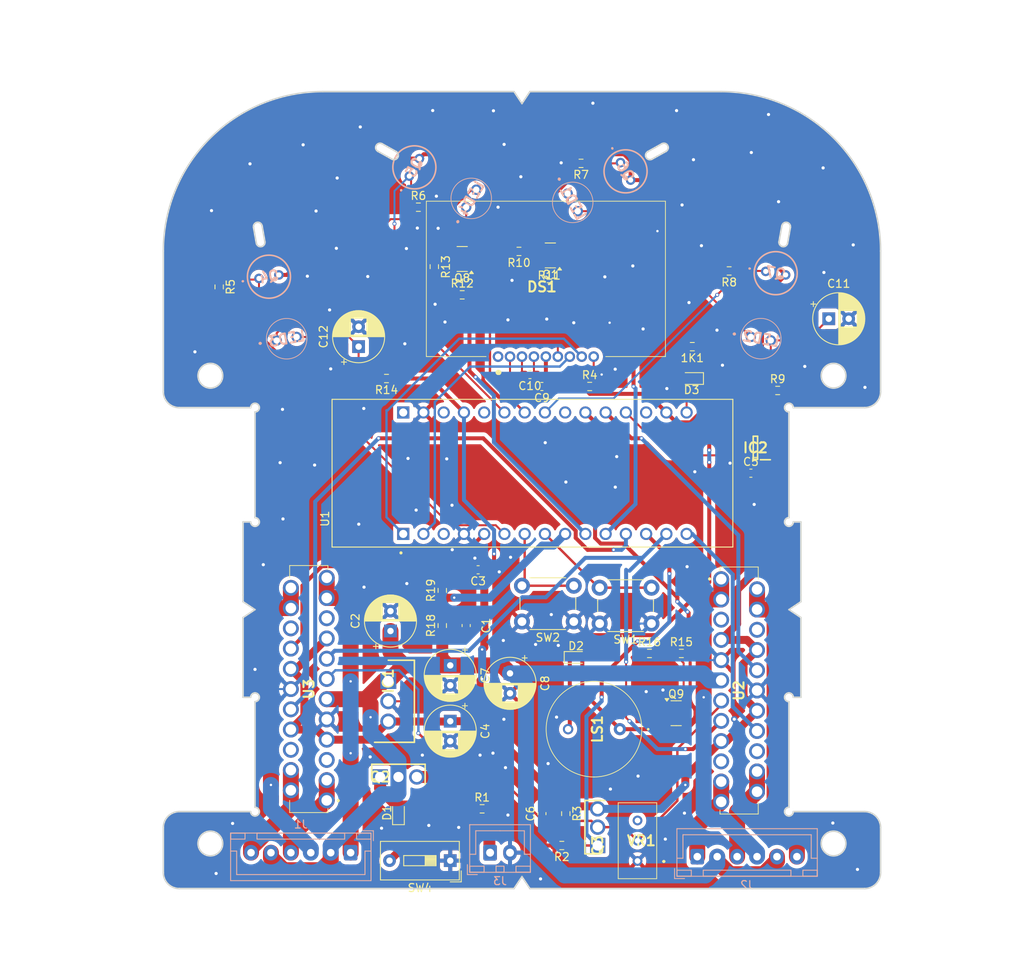
<source format=kicad_pcb>
(kicad_pcb (version 20240108) (generator "pcbnew") (generator_version "8.0")
  (layers (0 "F.Cu" signal) (31 "B.Cu" signal) (34 "B.Paste" user) (35 "F.Paste" user) (36 "B.SilkS" user "B.Silkscreen") (37 "F.SilkS" user "F.Silkscreen") (38 "B.Mask" user) (39 "F.Mask" user) (44 "Edge.Cuts" user))
  (net 0 "")
  (net 1 "Net-(D3-K)")
  (net 2 "GND")
  (net 3 "+12V")
  (net 4 "+5V")
  (net 5 "MCO")
  (net 6 "SLEEP")
  (net 7 "+3.3V")
  (net 8 "Net-(DS1-VOUT)")
  (net 9 "Net-(DS1-CAP1P)")
  (net 10 "Net-(DS1-CAP1N)")
  (net 11 "Net-(LED2-A)")
  (net 12 "Net-(LED3-A)")
  (net 13 "Net-(D1-K)")
  (net 14 "Net-(D1-A)")
  (net 15 "Net-(D2-A)")
  (net 16 "INTERFACELED")
  (net 18 "I2C1_SDA")
  (net 19 "I2C1_SCL")
  (net 20 "Net-(DS1-XRESTB)")
  (net 22 "OUTB{slash}_L")
  (net 23 "OUTB_L")
  (net 24 "OUTA_L")
  (net 25 "OUTA{slash}_L")
  (net 26 "OUTB{slash}_R")
  (net 27 "OUTB_R")
  (net 28 "OUTA_R")
  (net 29 "OUTA{slash}_R")
  (net 30 "Net-(J3-Pin_1)")
  (net 31 "Net-(LED1-K)")
  (net 32 "Net-(LED1-A)")
  (net 33 "Net-(LED3-K)")
  (net 34 "Net-(LED4-K)")
  (net 35 "Net-(Q1-B)")
  (net 36 "MOTOR_ENABLE")
  (net 37 "photosensor_1")
  (net 38 "photosensor_2")
  (net 39 "photosensor_3")
  (net 40 "photosensor_4")
  (net 41 "Net-(Q8-B)")
  (net 42 "Net-(Q9-B)")
  (net 43 "SENSORLED_1")
  (net 44 "SPEAKER")
  (net 45 "BATTERY")
  (net 46 "SWITCH_1")
  (net 47 "SWITCH_2")
  (net 48 "MOTOR_CW{slash}CCW_R")
  (net 49 "MD_RESET")
  (net 50 "MOTOR_CLOCK_L")
  (net 51 "SENSORLED_2")
  (net 52 "MOTOR_CW{slash}CCW_L")
  (net 55 "MOTOR_CLOCK_R")
  (footprint "Package_TO_SOT_SMD:SOT-23" (layer "F.Cu") (at 120.19 131.54)
    (property "Reference" "Q9")
    (property "Value" "2SC1815GRTE2FT")
  )
  (footprint "Capacitor_THT:CP_Radial_D6.3mm_P2.50mm" (layer "F.Cu") (at 139.34 82.04)
    (property "Reference" "C11")
    (property "Value" "100μ")
  )
  (footprint "3296W-1-102LF:3296W1102LF" (layer "F.Cu") (at 115.34 150.08)
    (property "Reference" "VR1")
    (property "Value" "3296W-1-102LF" (hide yes))
  )
  (footprint "2SJ681_Q_:TO230P250X650X900-3P" (layer "F.Cu") (at 110.34 148.14 90)
    (property "Reference" "Q3")
    (property "Value" "2SJ681_Q_" (hide yes))
  )
  (footprint "Resistor_SMD:R_0603_1608Metric_Pad0.98x0.95mm_HandSolder" (layer "F.Cu") (at 83.84 89.54 180)
    (property "Reference" "R14")
    (property "Value" "50K")
  )
  (footprint "Resistor_SMD:R_0603_1608Metric_Pad0.98x0.95mm_HandSolder" (layer "F.Cu") (at 126.84 76.04 180)
    (property "Reference" "R8")
    (property "Value" "4.7K")
  )
  (footprint "Button_Switch_THT:SW_DIP_SPSTx01_Slide_9.78x4.72mm_W7.62mm_P2.54mm" (layer "F.Cu") (at 91.84 150.04 180)
    (property "Reference" "SW4")
    (property "Value" "SW_DIP_x01")
  )
  (footprint "Resistor_SMD:R_0603_1608Metric_Pad0.98x0.95mm_HandSolder" (layer "F.Cu") (at 90.84 120.54 90)
    (property "Reference" "R18")
    (property "Value" "100K")
  )
  (footprint "AQM0802A-RN-GBW:AQM0802ARNGBW" (layer "F.Cu") (at 97.84 86.79)
    (property "Reference" "DS1")
    (property "Value" "AQM0802A-RN-GBW" (hide yes))
  )
  (footprint "QMB-111GPN:QMB111GPN" (layer "F.Cu") (at 113.1275 133.54 90)
    (property "Reference" "LS1")
    (property "Value" "QMB-111GPN" (hide yes))
  )
  (footprint "Resistor_SMD:R_0603_1608Metric_Pad0.98x0.95mm_HandSolder" (layer "F.Cu") (at 106.34 144.14 -90)
    (property "Reference" "R3")
    (property "Value" "10K")
  )
  (footprint "Resistor_SMD:R_0603_1608Metric_Pad0.98x0.95mm_HandSolder" (layer "F.Cu") (at 90.84 116.1275 90)
    (property "Reference" "R19")
    (property "Value" "22K")
  )
  (footprint "Resistor_SMD:R_0603_1608Metric_Pad0.98x0.95mm_HandSolder" (layer "F.Cu") (at 120.84 124.04)
    (property "Reference" "R15")
    (property "Value" "4.7K")
  )
  (footprint "Capacitor_THT:CP_Radial_D6.3mm_P2.50mm" (layer "F.Cu") (at 99.34 126.54 -90)
    (property "Reference" "C8")
    (property "Value" "100μ")
  )
  (footprint "Capacitor_THT:CP_Radial_D6.3mm_P2.50mm" (layer "F.Cu") (at 91.84 125.54 -90)
    (property "Reference" "C7")
    (property "Value" "100μ")
  )
  (footprint "SIT2001BI-S2-33E-12.000000G:SOT95P280X130-5N" (layer "F.Cu") (at 130.135 98.23 180)
    (property "Reference" "IC2")
    (property "Value" "SIT2001BI-S2-33E-12.000000G" (hide yes))
  )
  (footprint "Capacitor_SMD:C_0603_1608Metric" (layer "F.Cu") (at 103.34 144.14 90)
    (property "Reference" "C6")
    (property "Value" "0.1μ")
  )
  (footprint "LED_SMD:LED_0603_1608Metric" (layer "F.Cu") (at 122.1275 89.54 180)
    (property "Reference" "D3")
    (property "Value" "LED")
  )
  (footprint "Diode_SMD:D_0603_1608Metric" (layer "F.Cu") (at 107.6275 124.54)
    (property "Reference" "D2")
    (property "Value" "BA157")
  )
  (footprint "Button_Switch_THT:SW_PUSH_6mm_H7.3mm" (layer "F.Cu") (at 117.09 120.29 180)
    (property "Reference" "SW1")
    (property "Value" "SW_Push")
  )
  (footprint "Package_TO_SOT_SMD:SOT-23" (layer "F.Cu") (at 93.34 74.54 180)
    (property "Reference" "Q8")
    (property "Value" "2SC1815GRTE2FT")
  )
  (footprint "LED_SMD:LED_0603_1608Metric" (layer "F.Cu") (at 85.34 144.04 90)
    (property "Reference" "D1")
    (property "Value" "LED")
  )
  (footprint "Resistor_SMD:R_0603_1608Metric_Pad0.98x0.95mm_HandSolder" (layer "F.Cu") (at 89.84 75.5025 -90)
    (property "Reference" "R13")
    (property "Value" "10K")
  )
  (footprint "Capacitor_SMD:C_0603_1608Metric" (layer "F.Cu") (at 95.34 113.54 180)
    (property "Reference" "C3")
    (property "Value" "0.1μ")
  )
  (footprint "Resistor_SMD:R_0603_1608Metric_Pad0.98x0.95mm_HandSolder" (layer "F.Cu") (at 109.34 90.54)
    (property "Reference" "R4")
    (property "Value" "10K")
  )
  (footprint "Capacitor_SMD:C_0603_1608Metric" (layer "F.Cu") (at 129.565 101.42)
    (property "Reference" "C5")
    (property "Value" "15p")
  )
  (footprint "NUCLEO-L432KC:MODULE_NUCLEO-L432KC" (layer "F.Cu") (at 102.155 101.42 90)
    (property "Reference" "U1")
    (property "Value" "NUCLEO-L432KC")
  )
  (footprint "Package_TO_SOT_SMD:SOT-23" (layer "F.Cu") (at 104.4025 74.09 180)
    (property "Reference" "Q1")
    (property "Value" "2SC1815GRTE2FT")
  )
  (footprint "SLA7073MPRT:SLA7073MPRT" (layer "F.Cu") (at 128.09 128.69 -90)
    (property "Reference" "U2")
    (property "Value" "SLA7073MPRT" (hide yes))
  )
  (footprint "Resistor_SMD:R_0603_1608Metric_Pad0.98x0.95mm_HandSolder" (layer "F.Cu") (at 93.34 79.04)
    (property "Reference" "R12")
    (property "Value" "4.7K")
  )
  (footprint "Resistor_SMD:R_0603_1608Metric_Pad0.98x0.95mm_HandSolder" (layer "F.Cu") (at 105.84 148.14 180)
    (property "Reference" "R2")
    (property "Value" "10K")
  )
  (footprint "Capacitor_SMD:C_0603_1608Metric" (layer "F.Cu") (at 93.84 120.54 90)
    (property "Reference" "C1")
    (property "Value" "0.1μ")
  )
  (footprint "NJM7805FA:TO254P500X1000X2170-3P" (layer "F.Cu") (at 84.065 127.5 -90)
    (property "Reference" "IC1")
    (property "Value" "NJM7805FA" (hide yes))
  )
  (footprint "Button_Switch_THT:SW_PUSH_6mm_H7.3mm" (layer "F.Cu") (at 107.34 120.04 180)
    (property "Reference" "SW2")
    (property "Value" "SW_Push")
  )
  (footprint "Resistor_SMD:R_0603_1608Metric_Pad0.98x0.95mm_HandSolder" (layer "F.Cu") (at 132.9275 91.04)
    (property "Reference" "R9")
    (property "Value" "50K")
  )
  (footprint "Resistor_SMD:R_0603_1608Metric_Pad0.98x0.95mm_HandSolder" (layer "F.Cu") (at 62.84 78.04 -90)
    (property "Reference" "R5")
    (property "Value" "4.7K")
  )
  (footprint "Resistor_SMD:R_0603_1608Metric_Pad0.98x0.95mm_HandSolder" (layer "F.Cu") (at 122.215 85.54 180)
    (property "Reference" "1K1")
    (property "Value" "R")
  )
  (footprint "Resistor_SMD:R_0603_1608Metric_Pad0.98x0.95mm_HandSolder" (layer "F.Cu") (at 104.2525 78.04)
    (property "Reference" "R11")
    (property "Value" "4.7K")
  )
  (footprint "Resistor_SMD:R_0603_1608Metric_Pad0.98x0.95mm_HandSolder" (layer "F.Cu") (at 108.2525 62.54 180)
    (property "Reference" "R7")
    (property "Value" "4.7K")
  )
  (footprint "Resistor_SMD:R_0603_1608Metric_Pad0.98x0.95mm_HandSolder" (layer "F.Cu") (at 116.84 124.04)
    (property "Reference" "R16")
    (property "Value" "10K")
  )
  (footprint "Capacitor_THT:CP_Radial_D6.3mm_P2.50mm" (layer "F.Cu") (at 91.84 132.54 -90)
    (property "Reference" "C4")
    (property "Value" "100μ")
  )
  (footprint "Capacitor_SMD:C_0603_1608Metric" (layer "F.Cu") (at 101.84 89.04 180)
    (property "Reference" "C10")
    (property "Value" "0.1μ")
  )
  (footprint "Resistor_SMD:R_0603_1608Metric_Pad0.98x0.95mm_HandSolder" (layer "F.Cu") (at 100.465 73.59 180)
    (property "Reference" "R10")
    (property "Value" "10K")
  )
  (footprint "2SJ681_Q_:TO230P250X650X900-3P" (layer "F.Cu") (at 83.04 139.54)
    (property "Reference" "Q2")
    (property "Value" "2SJ681_Q_" (hide yes))
  )
  (footprint "Capacitor_THT:CP_Radial_D6.3mm_P2.50mm" (layer "F.Cu") (at 80.34 85.54 90)
    (property "Reference" "C12")
    (property "Value" "100μ")
  )
  (footprint "Resistor_SMD:R_0603_1608Metric_Pad0.98x0.95mm_HandSolder" (layer "F.Cu") (at 95.84 143.54)
    (property "Reference" "R1")
    (property "Value" "10K")
  )
  (footprint "Capacitor_THT:CP_Radial_D6.3mm_P2.50mm" (layer "F.Cu") (at 84.34 121.22238 90)
    (property "Reference" "C2")
    (property "Value" "100μ")
  )
  (footprint "Capacitor_SMD:C_0603_1608Metric" (layer "F.Cu") (at 103.34 90.54 180)
    (property "Reference" "C9")
    (property "Value" "0.1μ")
  )
  (footprint "Resistor_SMD:R_0603_1608Metric_Pad0.98x0.95mm_HandSolder" (layer "F.Cu") (at 87.84 68.04)
    (property "Reference" "R6")
    (property "Value" "4.7K")
  )
  (footprint "SLA7073MPRT:SLA7073MPRT" (layer "F.Cu") (at 74.09 128.51 90)
    (property "Reference" "U3")
    (property "Value" "SLA7073MPRT" (hide yes))
  )
  (footprint "ST-1KL3A:ST1KL3A" (layer "B.Cu") (at 113.205 62.440148 -60)
    (property "Reference" "Q6")
    (property "Value" "ST-1KL3A" (hide yes))
  )
  (footprint "ST-1KL3A:ST1KL3A" (layer "B.Cu") (at 86.705 64.139852 60)
    (property "Reference" "Q5")
    (property "Value" "ST-1KL3A" (hide yes))
  )
  (footprint "Connector_JST:JST_XH_B6B-XH-A_1x06_P2.50mm_Vertical" (layer "B.Cu") (at 122.84 149.54)
    (property "Reference" "J2")
    (property "Value" "Conn_01x06_Socket")
  )
  (footprint "OS5RKA5111P:OS5RKA5111P" (layer "B.Cu") (at 93.84 68.04 60)
    (property "Reference" "LED4")
    (property "Value" "OS5RKA5111P" (hide yes))
  )
  (footprint "ST-1KL3A:ST1KL3A" (layer "B.Cu") (at 131.426088 76.098934 -10)
    (property "Reference" "Q7")
    (property "Value" "ST-1KL3A" (hide yes))
  )
  (footprint "Connector_JST:JST_XH_B6B-XH-A_1x06_P2.50mm_Vertical" (layer "B.Cu") (at 79.34 149.04 180)
    (property "Reference" "J1")
    (property "Value" "Conn_01x06_Socket")
  )
  (footprint "Connector_JST:JST_XH_B2B-XH-A_1x02_P2.50mm_Vertical" (layer "B.Cu") (at 96.84 149.04)
    (property "Reference" "J3")
    (property "Value" "Conn_01x02_Socket")
  )
  (footprint "OS5RKA5111P:OS5RKA5111P" (layer "B.Cu") (at 70.05975 84.765743 10)
    (property "Reference" "LED3")
    (property "Value" "OS5RKA5111P" (hide yes))
  )
  (footprint "ST-1KL3A:ST1KL3A" (layer "B.Cu") (at 67.838588 76.981066 10)
    (property "Reference" "Q4")
    (property "Value" "ST-1KL3A" (hide yes))
  )
  (footprint "OS5RKA5111P:OS5RKA5111P" (layer "B.Cu") (at 129.55975 84.314257 -10)
    (property "Reference" "LED2")
    (property "Value" "OS5RKA5111P" (hide yes))
  )
  (footprint "OS5RKA5111P:OS5RKA5111P" (layer "B.Cu") (at 106.57 66.340295 -60)
    (property "Reference" "LED1")
    (property "Value" "OS5RKA5111P" (hide yes))
  )
  (gr_line (start 117.168908 62.011696) (end 118.917218 61.040414) (stroke (width 0.2)) (layer "Edge.Cuts"))
  (gr_line (start 143.84 143.890164) (end 134.889998 143.890164) (stroke (width 0.2)) (layer "Edge.Cuts"))
  (gr_line (start 135.839999 117.540001) (end 135.84 116.689838) (stroke (width 0.2)) (layer "Edge.Cuts"))
  (gr_arc (start 68.583548 72.361115) (mid 68.13741 72.998265) (end 67.50026 72.552128) (stroke (width 0.2)) (layer "Edge.Cuts"))
  (gr_arc (start 134.889999 107.540001) (mid 133.951092 107.928909) (end 134.34 106.990003) (stroke (width 0.2)) (layer "Edge.Cuts"))
  (gr_line (start 68.583548 72.361115) (end 68.236252 70.391498) (stroke (width 0.2)) (layer "Edge.Cuts"))
  (gr_arc (start 117.168908 62.011696) (mid 116.422148 61.800057) (end 116.630601 61.052401) (stroke (width 0.2)) (layer "Edge.Cuts"))
  (gr_line (start 85.045272 61.050109) (end 83.296958 60.078823) (stroke (width 0.2)) (layer "Edge.Cuts"))
  (gr_line (start 134.889998 129.540001) (end 135.84 129.540001) (stroke (width 0.2)) (layer "Edge.Cuts"))
  (gr_line (start 99.84 53.540002) (end 75.84 53.540001) (stroke (width 0.2)) (layer "Edge.Cuts"))
  (gr_line (start 65.84 107.540001) (end 65.84 116.689838) (stroke (width 0.2)) (layer "Edge.Cuts"))
  (gr_line (start 145.84 151.540001) (end 145.84 145.878036) (stroke (width 0.2)) (layer "Edge.Cuts"))
  (gr_line (start 67.152963 70.58251) (end 67.50026 72.552128) (stroke (width 0.2)) (layer "Edge.Cuts"))
  (gr_circle (center 61.74 147.890164) (end 63.29 147.890164) (stroke (width 0.2)) (fill none) (layer "Edge.Cuts"))
  (gr_arc (start 57.84 93.189838) (mid 56.425786 92.604052) (end 55.84 91.189839) (stroke (width 0.2)) (layer "Edge.Cuts"))
  (gr_line (start 55.84 73.54) (end 55.84 91.189839) (stroke (width 0.2)) (layer "Edge.Cuts"))
  (gr_arc (start 125.839999 53.540001) (mid 139.982135 59.397865) (end 145.84 73.540001) (stroke (width 0.2)) (layer "Edge.Cuts"))
  (gr_arc (start 66.790001 129.540001) (mid 67.728908 129.151092) (end 67.34 130.089999) (stroke (width 0.2)) (layer "Edge.Cuts"))
  (gr_line (start 66.790002 107.540001) (end 65.84 107.540001) (stroke (width 0.2)) (layer "Edge.Cuts"))
  (gr_line (start 135.840001 119.540001) (end 134.339999 118.540001) (stroke (width 0.2)) (layer "Edge.Cuts"))
  (gr_arc (start 134.34 130.09) (mid 133.951092 129.151093) (end 134.889998 129.540001) (stroke (width 0.2)) (layer "Edge.Cuts"))
  (gr_line (start 82.762751 61.040397) (end 84.511066 62.011682) (stroke (width 0.2)) (layer "Edge.Cuts"))
  (gr_line (start 133.443749 70.391493) (end 133.096455 72.361095) (stroke (width 0.2)) (layer "Edge.Cuts"))
  (gr_line (start 67.34 93.739836) (end 67.34 106.990002) (stroke (width 0.2)) (layer "Edge.Cuts"))
  (gr_arc (start 67.34 106.990002) (mid 67.728909 107.928909) (end 66.790002 107.540001) (stroke (width 0.2)) (layer "Edge.Cuts"))
  (gr_line (start 57.839999 153.540001) (end 99.84 153.54) (stroke (width 0.2)) (layer "Edge.Cuts"))
  (gr_arc (start 134.889998 143.890164) (mid 133.951106 144.279121) (end 134.34 143.340204) (stroke (width 0.2)) (layer "Edge.Cuts"))
  (gr_line (start 134.890036 93.189838) (end 143.85552 93.189838) (stroke (width 0.2)) (layer "Edge.Cuts"))
  (gr_line (start 145.84 91.189731) (end 145.84 73.540001) (stroke (width 0.2)) (layer "Edge.Cuts"))
  (gr_arc (start 82.762751 61.040397) (mid 82.549067 60.292507) (end 83.296958 60.078823) (stroke (width 0.2)) (layer "Edge.Cuts"))
  (gr_line (start 118.383011 60.078841) (end 116.630601 61.052401) (stroke (width 0.2)) (layer "Edge.Cuts"))
  (gr_line (start 134.339999 118.540001) (end 135.839999 117.540001) (stroke (width 0.2)) (layer "Edge.Cuts"))
  (gr_arc (start 145.84 91.189731) (mid 145.2597 92.598507) (end 143.85552 93.189838) (stroke (width 0.2)) (layer "Edge.Cuts"))
  (gr_line (start 100.84 55.040002) (end 99.84 53.540002) (stroke (width 0.2)) (layer "Edge.Cuts"))
  (gr_line (start 65.84 129.540001) (end 66.790001 129.540001) (stroke (width 0.2)) (layer "Edge.Cuts"))
  (gr_arc (start 143.84 143.890164) (mid 145.249932 144.471667) (end 145.84 145.878036) (stroke (width 0.2)) (layer "Edge.Cuts"))
  (gr_line (start 57.84 93.189838) (end 66.790001 93.189838) (stroke (width 0.2)) (layer "Edge.Cuts"))
  (gr_line (start 135.84 107.540001) (end 134.889999 107.540001) (stroke (width 0.2)) (layer "Edge.Cuts"))
  (gr_arc (start 118.383011 60.078841) (mid 119.13086 60.292512) (end 118.917188 61.040361) (stroke (width 0.2)) (layer "Edge.Cuts"))
  (gr_arc (start 57.839999 153.540001) (mid 56.425786 152.954215) (end 55.84 151.540003) (stroke (width 0.2)) (layer "Edge.Cuts"))
  (gr_arc (start 55.84 73.54) (mid 61.697864 59.397865) (end 75.84 53.540001) (stroke (width 0.2)) (layer "Edge.Cuts"))
  (gr_arc (start 66.790001 93.189838) (mid 67.728908 92.800929) (end 67.34 93.739836) (stroke (width 0.2)) (layer "Edge.Cuts"))
  (gr_line (start 118.917188 61.040361) (end 118.917218 61.040414) (stroke (width 0.2)) (layer "Edge.Cuts"))
  (gr_line (start 135.84 116.689838) (end 135.84 107.540001) (stroke (width 0.2)) (layer "Edge.Cuts"))
  (gr_circle (center 139.94 147.890164) (end 141.49 147.890164) (stroke (width 0.2)) (fill none) (layer "Edge.Cuts"))
  (gr_line (start 99.84 153.54) (end 100.84 152.04) (stroke (width 0.2)) (layer "Edge.Cuts"))
  (gr_line (start 67.34 130.089999) (end 67.34 143.340164) (stroke (width 0.2)) (layer "Edge.Cuts"))
  (gr_arc (start 67.152963 70.58251) (mid 67.5991 69.945361) (end 68.23625 70.391498) (stroke (width 0.2)) (layer "Edge.Cuts"))
  (gr_line (start 68.23625 70.391498) (end 68.236252 70.391498) (stroke (width 0.2)) (layer "Edge.Cuts"))
  (gr_line (start 101.84 153.54) (end 143.84 153.540001) (stroke (width 0.2)) (layer "Edge.Cuts"))
  (gr_line (start 125.839999 53.540001) (end 101.84 53.540002) (stroke (width 0.2)) (layer "Edge.Cuts"))
  (gr_arc (start 55.84 145.890163) (mid 56.425786 144.47595) (end 57.839999 143.890164) (stroke (width 0.2)) (layer "Edge.Cuts"))
  (gr_line (start 67.340001 118.540001) (end 65.840001 119.540001) (stroke (width 0.2)) (layer "Edge.Cuts"))
  (gr_line (start 65.84 116.689838) (end 65.840001 117.540001) (stroke (width 0.2)) (layer "Edge.Cuts"))
  (gr_circle (center 61.74 89.189838) (end 63.29 89.189838) (stroke (width 0.2)) (fill none) (layer "Edge.Cuts"))
  (gr_line (start 134.34 143.340204) (end 134.34 130.09) (stroke (width 0.2)) (layer "Edge.Cuts"))
  (gr_line (start 100.84 152.04) (end 101.84 153.54) (stroke (width 0.2)) (layer "Edge.Cuts"))
  (gr_arc (start 134.179743 72.552107) (mid 133.542594 72.998244) (end 133.096455 72.361095) (stroke (width 0.2)) (layer "Edge.Cuts"))
  (gr_line (start 65.840001 117.540001) (end 67.340001 118.540001) (stroke (width 0.2)) (layer "Edge.Cuts"))
  (gr_line (start 134.179743 72.552107) (end 134.527719 70.578643) (stroke (width 0.2)) (layer "Edge.Cuts"))
  (gr_arc (start 85.045272 61.050109) (mid 85.258955 61.797998) (end 84.511066 62.011682) (stroke (width 0.2)) (layer "Edge.Cuts"))
  (gr_arc (start 133.443749 70.391493) (mid 134.078976 69.945013) (end 134.527719 70.578643) (stroke (width 0.2)) (layer "Edge.Cuts"))
  (gr_line (start 134.34 106.990003) (end 134.34 93.739838) (stroke (width 0.2)) (layer "Edge.Cuts"))
  (gr_line (start 101.84 53.540002) (end 100.84 55.040002) (stroke (width 0.2)) (layer "Edge.Cuts"))
  (gr_arc (start 67.34 143.340164) (mid 67.728909 144.279073) (end 66.79 143.890164) (stroke (width 0.2)) (layer "Edge.Cuts"))
  (gr_line (start 66.79 143.890164) (end 57.839999 143.890164) (stroke (width 0.2)) (layer "Edge.Cuts"))
  (gr_circle (center 139.94 89.189838) (end 141.49 89.189838) (stroke (width 0.2)) (fill none) (layer "Edge.Cuts"))
  (gr_line (start 55.84 145.890163) (end 55.84 151.540003) (stroke (width 0.2)) (layer "Edge.Cuts"))
  (gr_arc (start 134.34 93.739838) (mid 133.951078 92.800853) (end 134.890036 93.189838) (stroke (width 0.2)) (layer "Edge.Cuts"))
  (gr_arc (start 145.84 151.540001) (mid 145.254214 152.954215) (end 143.84 153.540001) (stroke (width 0.2)) (layer "Edge.Cuts"))
  (gr_line (start 65.840001 119.540001) (end 65.84 129.540001) (stroke (width 0.2)) (layer "Edge.Cuts"))
  (gr_line (start 135.84 129.540001) (end 135.840001 119.540001) (stroke (width 0.2)) (layer "Edge.Cuts"))
  (segment (start 123.1275 85.54) (end 123.1275 89.3275) (width 0.25) (layer "F.Cu") (net 1))
  (segment (start 123.1275 89.3275) (end 122.915 89.54) (width 0.25) (layer "F.Cu") (net 1))
  (segment (start 89.84 130.04) (end 91.84 128.04) (width 0.25) (layer "F.Cu") (net 2))
  (segment (start 93.56 109.04) (end 92.09 110.51) (width 0.25) (layer "F.Cu") (net 2))
  (segment (start 84.065 130.04) (end 89.84 130.04) (width 0.25) (layer "F.Cu") (net 2))
  (segment (start 105.34 86.79) (end 105.34 84.54) (width 0.25) (layer "F.Cu") (net 2))
  (segment (start 105.34 84.54) (end 107.34 82.54) (width 0.25) (layer "F.Cu") (net 2))
  (segment (start 92.09 110.51) (end 92.09 111.02) (width 0.25) (layer "F.Cu") (net 2))
  (via (at 118.83 147.34) (size 0.8) (drill 0.4) (layers "F.Cu" "B.Cu") (net 2))
  (via (at 95.58 136.8) (size 0.8) (drill 0.4) (layers "F.Cu" "B.Cu") (net 2))
  (via (at 142.41 72.77) (size 0.8) (drill 0.4) (layers "F.Cu" "B.Cu") (net 2))
  (via (at 122.53 101.24) (size 0.8) (drill 0.4) (layers "F.Cu" "B.Cu") (net 2))
  (via (at 143.88 90.65) (size 0.8) (drill 0.4) (layers "F.Cu" "B.Cu") (net 2))
  (via (at 73.38 60.21) (size 0.8) (drill 0.4) (layers "F.Cu" "B.Cu") (net 2))
  (via (at 142.94 151.14) (size 0.8) (drill 0.4) (layers "F.Cu" "B.Cu") (net 2))
  (via (at 119.02 90.8) (size 0.8) (drill 0.4) (layers "F.Cu" "B.Cu") (net 2))
  (via (at 105.18 132.03) (size 0.8) (drill 0.4) (layers "F.Cu" "B.Cu") (net 2))
  (via (at 123.36 72.87) (size 0.8) (drill 0.4) (layers "F.Cu" "B.Cu") (net 2))
  (via (at 73.91 76.7) (size 0.8) (drill 0.4) (layers "F.Cu" "B.Cu") (net 2))
  (via (at 86.54 99.57) (size 0.8) (drill 0.4) (layers "F.Cu" "B.Cu") (net 2))
  (via (at 111.94 141.06) (size 0.8) (drill 0.4) (layers "F.Cu" "B.Cu") (net 2))
  (via (at 81.49 76.74) (size 0.8) (drill 0.4) (layers "F.Cu" "B.Cu") (net 2))
  (via (at 76.84 88.33) (size 0.8) (drill 0.4) (layers "F.Cu" "B.Cu") (net 2))
  (via (at 76.7 80.93) (size 0.8) (drill 0.4) (layers "F.Cu" "B.Cu") (net 2))
  (via (at 89.15 145.62) (size 0.8) (drill 0.4) (layers "F.Cu" "B.Cu") (net 2))
  (via (at 87.56 106.05) (size 0.8) (drill 0.4) (layers "F.Cu" "B.Cu") (net 2))
  (via (at 92.9 145.87) (size 0.8) (drill 0.4) (layers "F.Cu" "B.Cu") (net 2))
  (via (at 75 68.52) (size 0.8) (drill 0.4) (layers "F.Cu" "B.Cu") (net 2))
  (via (at 87.71 70.66) (size 0.8) (drill 0.4) (layers "F.Cu" "B.Cu") (net 2))
  (via (at 112.55 103.17) (size 0.8) (drill 0.4) (layers "F.Cu" "B.Cu") (net 2))
  (via (at 116.43 128.83) (size 0.8) (drill 0.4) (layers "F.Cu" "B.Cu") (net 2))
  (via (at 98.6 60.16) (size 0.8) (drill 0.4) (layers "F.Cu" "B.Cu") (net 2))
  (via (at 77.65 64.38) (size 0.8) (drill 0.4) (layers "F.Cu" "B.Cu") (net 2))
  (via (at 89.94 80.22) (size 0.8) (drill 0.4) (layers "F.Cu" "B.Cu") (net 2))
  (via (at 139.85 145.32) (size 0.8) (drill 0.4) (layers "F.Cu" "B.Cu") (net 2))
  (via (at 94.93 112.08) (size 0.8) (drill 0.4) (layers "F.Cu" "B.Cu") (net 2))
  (via (at 83.22 145.97) (size 0.8) (drill 0.4) (layers "F.Cu" "B.Cu") (net 2))
  (via (at 138.73 76.23) (size 0.8) (drill 0.4) (layers "F.Cu" "B.Cu") (net 2))
  (via (at 103.17 152.33) (size 0.8) (drill 0.4) (layers "F.Cu" "B.Cu") (net 2))
  (via (at 80.55 57.97) (size 0.8) (drill 0.4) (layers "F.Cu" "B.Cu") (net 2))
  (via (at 98.5 122.41) (size 0.8) (drill 0.4) (layers "F.Cu" "B.Cu") (net 2))
  (via (at 105.76 62.47) (size 0.8) (drill 0.4) (layers "F.Cu" "B.Cu") (net 2))
  (via (at 86.39 115.27) (size 0.8) (drill 0.4) (layers "F.Cu" "B.Cu") (net 2))
  (via (at 114.75 75.41) (size 0.8) (drill 0.4) (layers "F.Cu" "B.Cu") (net 2))
  (via (at 105.4 123.03) (size 0.8) (drill 0.4) (layers "F.Cu" "B.Cu") (net 2))
  (via (at 61.88 68.47) (size 0.8) (drill 0.4) (layers "F.Cu" "B.Cu") (net 2))
  (via (at 97.2 136.55) (size 0.8) (drill 0.4) (layers "F.Cu" "B.Cu") (net 2))
  (via (at 103.95 82.08) (size 0.8) (drill 0.4) (layers "F.Cu" "B.Cu") (net 2))
  (via (at 68.38 112.9) (size 0.8) (drill 0.4) (layers "F.Cu" "B.Cu") (net 2))
  (via (at 70.85 107.16) (size 0.8) (drill 0.4) (layers "F.Cu" "B.Cu") (net 2))
  (via (at 126 87.87) (size 0.8) (drill 0.4) (layers "F.Cu" "B.Cu") (net 2))
  (via (at 90.32 70.69) (size 0.8) (drill 0.4) (layers "F.Cu" "B.Cu") (net 2))
  (via (at 126.95 100.16) (size 0.8) (drill 0.4) (layers "F.Cu" "B.Cu") (net 2))
  (via (at 120.24 55.92) (size 0.8) (drill 0.4) (layers "F.Cu" "B.Cu") (net 2))
  (via (at 92.06 105.44) (size 0.8) (drill 0.4) (layers "F.Cu" "B.Cu") (net 2))
  (via (at 100.7 64.22) (size 0.8) (drill 0.4) (layers "F.Cu" "B.Cu") (net 2))
  (via (at 127.48 132.29) (size 0.8) (drill 0.4) (layers "F.Cu" "B.Cu") (net 2))
  (via (at 110.84 89.04) (size 0.5) (drill 0.3) (layers "F.Cu" "B.Cu") (net 2))
  (via (at 133.04 67.35) (size 0.8) (drill 0.4) (layers "F.Cu" "B.Cu") (net 2))
  (via (at 67.34 126.04) (size 0.8) (drill 0.4) (layers "F.Cu" "B.Cu") (net 2))
  (via (at 111.84 82.54) (size 0.5) (drill 0.3) (layers "F.Cu" "B.Cu") (net 2))
  (via (at 116.04 83.32) (size 0.8) (drill 0.4) (layers "F.Cu" "B.Cu") (net 2))
  (via (at 86.14 85.18) (size 0.8) (drill 0.4) (layers "F.Cu" "B.Cu") (net 2))
  (via (at 74.82 100.4) (size 0.8) (drill 0.4) (layers "F.Cu" "B.Cu") (net 2))
  (via (at 98.57 132.3) (size 0.8) (drill 0.4) (layers "F.Cu" "B.Cu") (net 2))
  (via (at 70.49 100.1) (size 0.8) (drill 0.4) (layers "F.Cu" "B.Cu") (net 2))
  (via (at 59.8 86.19) (size 0.8) (drill 0.4) (layers "F.Cu" "B.Cu") (net 2))
  (via (at 121.8 80.01) (size 0.8) (drill 0.4) (layers "F.Cu" "B.Cu") (net 2))
  (via (at 81.79 137.02) (size 0.8) (drill 0.4) (layers "F.Cu" "B.Cu") (net 2))
  (via (at 99.08 82.18) (size 0.8) (drill 0.4) (layers "F.Cu" "B.Cu") (net 2))
  (via (at 97.84 68.04) (size 0.8) (drill 0.4) (layers "F.Cu" "B.Cu") (net 2))
  (via (at 122.36 62.08) (size 0.8) (drill 0.4) (layers "F.Cu" "B.Cu") (net 2))
  (via (at 81.02 115.72) (size 0.8) (drill 0.4) (layers "F.Cu" "B.Cu") (net 2))
  (via (at 70.79 93.41) (size 0.8) (drill 0.4) (layers "F.Cu" "B.Cu") (net 2))
  (via (at 107.34 82.54) (size 0.8) (drill 0.4) (layers "F.Cu" "B.Cu") (net 2))
  (via (at 112.73 99.34) (size 0.8) (drill 0.4) (layers "F.Cu" "B.Cu") (net 2))
  (via (at 138.63 63.11) (size 0.8) (drill 0.4) (layers "F.Cu" "B.Cu") (net 2))
  (via (at 118.53 128.63) (size 0.8) (drill 0.4) (layers "F.Cu" "B.Cu") (net 2))
  (via (at 86.34 73.23) (size 0.8) (drill 0.4) (layers "F.Cu" "B.Cu") (net 2))
  (via (at 91.4 99.62) (size 0.8) (drill 0.4) (layers "F.Cu" "B.Cu") (net 2))
  (via (at 136.33 88.02) (size 0.8) (drill 0.4) (layers "F.Cu" "B.Cu") (net 2))
  (via (at 131.78 56.41) (size 0.8) (drill 0.4) (layers "F.Cu" "B.Cu") (net 2))
  (via (at 88.34 136.8) (size 0.8) (drill 0.4) (layers "F.Cu" "B.Cu") (net 2))
  (via (at 125.31 83.47) (size 0.8) (drill 0.4) (layers "F.Cu" "B.Cu") (net 2))
  (via (at 104.52 119.16) (size 0.8) (drill 0.4) (layers "F.Cu" "B.Cu") (net 2))
  (via (at 99.59 77.22) (size 0.8) (drill 0.4) (layers "F.Cu" "B.Cu") (net 2))
  (via (at 111.24 76.78) (size 0.8) (drill 0.4) (layers "F.Cu" "B.Cu") (net 2))
  (via (at 91.18 82.45) (size 0.8) (drill 0.4) (layers "F.Cu" "B.Cu") (net 2))
  (via (at 129.98 105.34) (size 0.8) (drill 0.4) (layers "F.Cu" "B.Cu") (net 2))
  (via (at 92.09 111.02) (size 0.8) (drill 0.4) (layers "F.Cu" "B.Cu") (net 2))
  (via (at 97.99 113.8) (size 0.8) (drill 0.4) (layers "F.Cu" "B.Cu") (net 2))
  (via (at 89.64 55.91) (size 0.8) (drill 0.4) (layers "F.Cu" "B.Cu") (net 2))
  (via (at 64.53 145.37) (size 0.8) (drill 0.4) (layers "F.Cu" "B.Cu") (net 2))
  (via (at 62.46 151.65) (size 0.8) (drill 0.4) (layers "F.Cu" "B.Cu") (net 2))
  (via (at 80.36 107.82) (size 0.8) (drill 0.4) (layers "F.Cu" "B.Cu") (net 2))
  (via (at 121.23 144.08) (size 0.8) (drill 0.4) (layers "F.Cu" "B.Cu") (net 2))
  (via (at 99.41 111.97) (size 0.8) (drill 0.4) (layers "F.Cu" "B.Cu") (net 2))
  (via (at 98.77 138.37) (size 0.8) (drill 0.4) (layers "F.Cu" "B.Cu") (net 2))
  (via (at 97.26 55.94) (size 0.8) (drill 0.4) (layers "F.Cu" "B.Cu") (net 2))
  (via (at 77.55 73.2) (size 0.8) (drill 0.4) (layers "F.Cu" "B.Cu") (net 2))
  (via (at 103.76 97.59) (size 0.8) (drill 0.4) (layers "F.Cu" "B.Cu") (net 2))
  (via (at 102.55 122.91) (size 0.8) (drill 0.4) (layers "F.Cu" "B.Cu") (net 2))
  (via (at 66.71 62.6) (size 0.8) (drill 0.4) (layers "F.Cu" "B.Cu") (net 2))
  (via (at 106.35 102.53) (size 0.8) (drill 0.4) (layers "F.Cu" "B.Cu") (net 2))
  (via (at 80.99 93.3) (size 0.8) (drill 0.4) (layers "F.Cu" "B.Cu") (net 2))
  (via (at 109.74 54.99) (size 0.8) (drill 0.4) (layers "F.Cu" "B.Cu") (net 2))
  (via (at 90.1 66.66) (size 0.8) (drill 0.4) (layers "F.Cu" "B.Cu") (net 2))
  (via (at 121.56 113.15) (size 0.8) (drill 0.4) (layers "F.Cu" "B.Cu") (net 2))
  (via (at 104.12 137.86) (size 0.8) (drill 0.4) (layers "F.Cu" "B.Cu") (net 2))
  (via (at 115.41 139.43) (size 0.8) (drill 0.4) (layers "F.Cu" "B.Cu") (net 2))
  (via (at 112.54 88.37) (size 0.8) (drill 0.4) (layers "F.Cu" "B.Cu") (net 2))
  (via (at 117.84 71.04) (size 0.5) (drill 0.3) (layers "F.Cu" "B.Cu") (net 2))
  (via (at 129.62 61.18) (size 0.8) (drill 0.4) (layers "F.Cu" "B.Cu") (net 2))
  (via (at 99.08 144.32) (size 0.8) (drill 0.4) (layers "F.Cu" "B.Cu") (net 2))
  (via (at 120.93 67.76) (size 0.8) (drill 0.4) (layers "F.Cu" "B.Cu") (net 2))
  (segment (start 116.85 124.88) (end 125.84 124.88) (width 0.25) (layer "B.Cu") (net 2))
  (segment (start 115.675787 120.29) (end 114.765 121.200787) (width 0.25) (layer "B.Cu") (net 2))
  (segment (start 71.84 128.51) (end 69.81 128.51) (width 0.25) (layer "B.Cu") (net 2))
  (segment (start 69.81 128.51) (end 67.34 126.04) (width 0.25) (layer "B.Cu") (net 2))
  (segment (start 114.765 122.795) (end 116.85 124.88) (width 0.25) (layer "B.Cu") (net 2))
  (segment (start 117.09 120.29) (end 115.675787 120.29) (width 0.25) (layer "B.Cu") (net 2))
  (segment (start 114.765 121.200787) (end 114.765 122.795) (width 0.25) (layer "B.Cu") (net 2))
  (segment (start 76.34 129.78) (end 81.217265 129.78) (width 2) (layer "F.Cu") (net 3))
  (segment (start 81.84 132.04) (end 81.84 130.402735) (width 2) (layer "F.Cu") (net 3))
  (segment (start 83.497265 127.5) (end 84.065 127.5) (width 2) (layer "F.Cu") (net 3))
  (segment (start 93.7025 121.4525) (end 93.84 121.315) (width 1.5) (layer "F.Cu") (net 3))
  (segment (start 84.34 121.22238) (end 84.34 123.855) (width 2) (layer "F.Cu") (net 3))
  (segment (start 84.34 127.225) (end 84.065 127.5) (width 1) (layer "F.Cu") (net 3))
  (segment (start 81.84 130.402735) (end 81.217265 129.78) (width 2) (layer "F.Cu") (net 3))
  (segment (start 75.64 151.24) (end 76.84 150.04) (width 2) (layer "F.Cu") (net 3))
  (segment (start 81.217265 129.78) (end 83.497265 127.5) (width 2) (layer "F.Cu") (net 3))
  (segment (start 84.065 127.5) (end 86.025 125.54) (width 2) (layer "F.Cu") (net 3))
  (segment (start 69.34 149.65127) (end 70.92873 151.24) (width 2) (layer "F.Cu") (net 3))
  (segment (start 76.84 150.04) (end 76.84 149.04) (width 2) (layer "F.Cu") (net 3))
  (segment (start 90.84 124.54) (end 91.84 125.54) (width 1.5) (layer "F.Cu") (net 3))
  (segment (start 70.92873 151.24) (end 75.64 151.24) (width 2) (layer "F.Cu") (net 3))
  (segment (start 132.84 150.064138) (end 132.84 149.54) (width 2) (layer "F.Cu") (net 3))
  (segment (start 90.84 121.4525) (end 93.7025 121.4525) (width 1.5) (layer "F.Cu") (net 3))
  (segment (start 69.34 149.04) (end 69.34 149.65127) (width 2) (layer "F.Cu") (net 3))
  (segment (start 125.34 150.15127) (end 126.92873 151.74) (width 2) (layer "F.Cu") (net 3))
  (segment (start 90.84 121.4525) (end 90.84 124.54) (width 1.5) (layer "F.Cu") (net 3))
  (segment (start 131.164138 151.74) (end 132.84 150.064138) (width 2) (layer "F.Cu") (net 3))
  (segment (start 98.34 125.54) (end 99.34 126.54) (width 2) (layer "F.Cu") (net 3))
  (segment (start 126.92873 151.74) (end 131.164138 151.74) (width 2) (layer "F.Cu") (net 3))
  (segment (start 91.84 125.54) (end 98.34 125.54) (width 2) (layer "F.Cu") (net 3))
  (segment (start 84.34 123.855) (end 86.025 125.54) (width 2) (layer "F.Cu") (net 3))
  (segment (start 86.025 125.54) (end 91.84 125.54) (width 2) (layer "F.Cu") (net 3))
  (segment (start 125.34 149.54) (end 125.34 150.15127) (width 2) (layer "F.Cu") (net 3))
  (via (at 81.84 132.04) (size 0.5) (drill 0.3) (layers "F.Cu" "B.Cu") (net 3))
  (segment (start 81.84 134.02) (end 81.84 132.04) (width 2) (layer "B.Cu") (net 3))
  (segment (start 76.84 148.157462) (end 83.297462 141.7) (width 2) (layer "B.Cu") (net 3))
  (segment (start 85.2 141.7) (end 85.34 141.56) (width 2) (layer "B.Cu") (net 3))
  (segment (start 85.34 139.54) (end 85.34 137.52) (width 2) (layer "B.Cu") (net 3))
  (segment (start 76.84 149.04) (end 76.84 148.157462) (width 2) (layer "B.Cu") (net 3))
  (segment (start 99.34 126.54) (end 123.549322 126.54) (width 2) (layer "B.Cu") (net 3))
  (segment (start 85.34 141.56) (end 85.34 139.54) (width 2) (layer "B.Cu") (net 3))
  (segment (start 99.668428 126.54) (end 101.34 128.211572) (width 2) (layer "B.Cu") (net 3))
  (segment (start 101.34 128.211572) (end 101.34 147.04) (width 2) (layer "B.Cu") (net 3))
  (segment (start 85.34 137.52) (end 81.84 134.02) (width 2) (layer "B.Cu") (net 3))
  (segment (start 125.34 150.422538) (end 125.34 149.54) (width 2) (layer "B.Cu") (net 3))
  (segment (start 106.1885 151.8885) (end 123.874038 151.8885) (width 2) (layer "B.Cu") (net 3))
  (segment (start 123.874038 151.8885) (end 125.34 150.422538) (width 2) (layer "B.Cu") (net 3))
  (segment (start 123.549322 126.54) (end 124.429322 127.42) (width 2) (layer "B.Cu") (net 3))
  (segment (start 101.34 147.04) (end 106.1885 151.8885) (width 2) (layer "B.Cu") (net 3))
  (segment (start 99.34 126.54) (end 99.668428 126.54) (width 2) (layer "B.Cu") (net 3))
  (segment (start 124.429322 127.42) (end 125.84 127.42) (width 2) (layer "B.Cu") (net 3))
  (segment (start 83.297462 141.7) (end 85.2 141.7) (width 2) (layer "B.Cu") (net 3))
  (segment (start 76.34 134.86) (end 81.785 134.86) (width 1) (layer "F.Cu") (net 4))
  (segment (start 95.84 123.54) (end 96.115 123.265) (width 1) (layer "F.Cu") (net 4))
  (segment (start 71.84 125.97) (end 72.53 125.97) (width 1) (layer "F.Cu") (net 4))
  (segment (start 128.6425 125.3075) (end 128.6425 129.5325) (width 1) (layer "F.Cu") (net 4))
  (segment (start 130.34 123.61) (end 128.6425 125.3075) (width 1) (layer "F.Cu") (net 4))
  (segment (start 73.5375 127.6675) (end 73.5375 131.8925) (width 1) (layer "F.Cu") (net 4))
  (segment (start 95.6525 127.4275) (end 95.84 127.24) (width 1) (layer "F.Cu") (net 4))
  (segment (start 73.5375 131.8925) (end 71.84 133.59) (width 1) (layer "F.Cu") (net 4))
  (segment (start 97.34 112.315) (end 96.115 113.54) (width 0.5) (layer "F.Cu") (net 4))
  (segment (start 97.34 111.54) (end 97.34 112.315) (width 0.5) (layer "F.Cu") (net 4))
  (segment (start 121.34 139.54) (end 121.34 140.54) (width 1) (layer "F.Cu") (net 4))
  (segment (start 84.7525 89.54) (end 89.3 89.54) (width 0.5) (layer "F.Cu") (net 4))
  (segment (start 110.0275 143.2275) (end 110.34 143.54) (width 1) (layer "F.Cu") (net 4))
  (segment (start 72.53 125.97) (end 76.34 122.16) (width 1) (layer "F.Cu") (net 4))
  (segment (start 125.84 135.04) (end 126.53 135.04) (width 1) (layer "F.Cu") (net 4))
  (segment (start 75.07 133.59) (end 76.34 134.86) (width 1) (layer "F.Cu") (net 4))
  (segment (start 127.84 116.04) (end 127.84 120.34) (width 1) (layer "F.Cu") (net 4))
  (segment (start 106.34 143.2275) (end 110.0275 143.2275) (width 1) (layer "F.Cu") (net 4))
  (segment (start 132.84 111.04) (end 127.84 116.04) (width 1) (layer "F.Cu") (net 4))
  (segment (start 84.065 132.58) (end 91.8 132.58) (width 1) (layer "F.Cu") (net 4))
  (segment (start 132.84 91.865) (end 132.84 111.04) (width 1) (layer "F.Cu") (net 4))
  (segment (start 95.6525 132.54) (end 95.6525 127.4275) (width 1) (layer "F.Cu") (net 4))
  (segment (start 95.6525 132.54) (end 106.34 143.2275) (width 1) (layer "F.Cu") (net 4))
  (segment (start 125.84 122.34) (end 129.07 122.34) (width 1) (layer "F.Cu") (net 4))
  (segment (start 127.84 120.34) (end 125.84 122.34) (width 1) (layer "F.Cu") (net 4))
  (segment (start 132.015 91.04) (end 132.84 91.865) (width 1) (layer "F.Cu") (net 4))
  (segment (start 126.53 135.04) (end 130.34 131.23) (width 1) (layer "F.Cu") (net 4))
  (segment (start 96.115 123.265) (end 96.115 113.54) (width 1) (layer "F.Cu") (net 4))
  (segment (start 71.84 125.97) (end 73.5375 127.6675) (width 1) (layer "F.Cu") (net 4))
  (segment (start 91.84 132.54) (end 95.6525 132.54) (width 1) (layer "F.Cu") (net 4))
  (segment (start 91.8 132.58) (end 91.84 132.54) (width 1) (layer "F.Cu") (net 4))
  (segment (start 129.07 122.34) (end 130.34 123.61) (width 1) (layer "F.Cu") (net 4))
  (segment (start 81.785 134.86) (end 84.065 132.58) (width 1) (layer "F.Cu") (net 4))
  (segment (start 125.84 135.04) (end 121.34 139.54) (width 1) (layer "F.Cu") (net 4))
  (segment (start 71.84 133.59) (end 75.07 133.59) (width 1) (layer "F.Cu") (net 4))
  (segment (start 128.6425 129.5325) (end 130.34 131.23) (width 1) (layer "F.Cu") (net 4))
  (segment (start 89.3 89.54) (end 93.56 93.8) (width 0.5) (layer "F.Cu") (net 4))
  (via (at 95.84 123.54) (size 0.5) (drill 0.3) (layers "F.Cu" "B.Cu") (net 4))
  (via (at 121.34 140.54) (size 0.5) (drill 0.3) (layers "F.Cu" "B.Cu") (net 4))
  (via (at 97.34 111.54) (size 0.5) (drill 0.3) (layers "F.Cu" "B.Cu") (net 4))
  (via (at 95.84 127.24) (size 0.5) (drill 0.3) (layers "F.Cu" "B.Cu") (net 4))
  (segment (start 93.56 93.8) (end 93.56 104.78173) (width 0.5) (layer "B.Cu") (net 4))
  (segment (start 93.56 104.78173) (end 97.34 108.56173) (width 0.5) (layer "B.Cu") (net 4))
  (segment (start 121.34 140.54) (end 118.34 143.54) (width 1) (layer "B.Cu") (net 4))
  (segment (start 95.84 127.24) (end 95.84 123.54) (width 1) (layer "B.Cu") (net 4))
  (segment (start 97.34 108.56173) (end 97.34 111.54) (width 0.5) (layer "B.Cu") (net 4))
  (segment (start 118.34 143.54) (end 110.34 143.54) (width 1) (layer "B.Cu") (net 4))
  (segment (start 119.26 99.18) (end 128.885 99.18) (width 0.25) (layer "F.Cu") (net 5))
  (segment (start 128.79 101.42) (end 128.79 99.275) (width 0.25) (layer "F.Cu") (net 5))
  (segment (start 113.88 93.8) (end 119.26 99.18) (width 0.25) (layer "F.Cu") (net 5))
  (segment (start 128.79 99.275) (end 128.885 99.18) (width 0.25) (layer "F.Cu") (net 5))
  (segment (start 120.34 142.54) (end 120.34 136) (width 0.3) (layer "F.Cu") (net 6))
  (segment (start 103.34 144.915) (end 96.865 138.44) (width 0.3) (layer "F.Cu") (net 6))
  (segment (start 125.84 130.5) (end 125.84 129.96) (width 0.3) (layer "F.Cu") (net 6))
  (segment (start 109.5525 145.0525) (end 110.34 145.84) (width 0.3) (layer "F.Cu") (net 6))
  (segment (start 115.34 147.54) (end 113.64 145.84) (width 0.3) (layer "F.Cu") (net 6))
  (segment (start 106.2025 144.915) (end 106.34 145.0525) (width 0.3) (layer "F.Cu") (net 6))
  (segment (start 120.34 136) (end 125.84 130.5) (width 0.3) (layer "F.Cu") (net 6))
  (segment (start 96.865 138.44) (end 92.24 138.44) (width 0.3) (layer "F.Cu") (net 6))
  (segment (start 103.34 144.915) (end 106.2025 144.915) (width 0.3) (layer "F.Cu") (net 6))
  (segment (start 113.64 145.84) (end 110.34 145.84) (width 0.3) (layer "F.Cu") (net 6))
  (segment (start 106.34 145.0525) (end 109.5525 145.0525) (width 0.3) (layer "F.Cu") (net 6))
  (segment (start 92.24 138.44) (end 87.84 134.04) (width 0.3) (layer "F.Cu") (net 6))
  (segment (start 115.34 147.54) (end 120.34 142.54) (width 0.3) (layer "F.Cu") (net 6))
  (via (at 87.84 134.04) (size 0.5) (drill 0.3) (layers "F.Cu" "B.Cu") (net 6))
  (segment (start 87.84 134.04) (end 87.84 128.58) (width 0.3) (layer "B.Cu") (net 6))
  (segment (start 85.4125 126.1525) (end 77.4275 126.1525) (width 0.3) (layer "B.Cu") (net 6))
  (segment (start 87.84 128.58) (end 85.4125 126.1525) (width 0.3) (layer "B.Cu") (net 6))
  (segment (start 77.4275 126.1525) (end 76.34 127.24) (width 0.3) (layer "B.Cu") (net 6))
  (segment (start 124.34 97.40173) (end 124.21827 97.28) (width 0.5) (layer "F.Cu") (net 7))
  (segment (start 103.84 86.79) (end 103.84 90.265) (width 0.5) (layer "F.Cu") (net 7))
  (segment (start 114.475 64.639853) (end 114.475 62.23088) (width 0.5) (layer "F.Cu") (net 7))
  (segment (start 114.475 64.639853) (end 122.027352 64.639853) (width 0.5) (layer "F.Cu") (net 7))
  (segment (start 121.97827 95.04) (end 120.2 95.04) (width 0.5) (layer "F.Cu") (net 7))
  (segment (start 124.34 98.54) (end 124.34 97.40173) (width 0.5) (layer "F.Cu") (net 7))
  (segment (start 130.961162 79.506339) (end 130.961162 86.057108) (width 0.5) (layer "F.Cu") (net 7))
  (segment (start 120.2 95.04) (end 118.96 93.8) (width 0.5) (layer "F.Cu") (net 7))
  (segment (start 113.638268 61.394148) (end 88.520999 61.394148) (width 0.5) (layer "F.Cu") (net 7))
  (segment (start 106.84 133.3275) (end 106.6275 133.54) (width 0.5) (layer "F.Cu") (net 7))
  (segment (start 122.027352 64.639853) (end 133.9275 76.540001) (width 0.5) (layer "F.Cu") (net 7))
  (segment (start 113.58939 121.74) (end 109.64 121.74) (width 0.5) (layer "F.Cu") (net 7))
  (segment (start 109.64 121.74) (end 106.84 124.54) (width 0.5) (layer "F.Cu") (net 7))
  (segment (start 117.69061 121.74) (end 124.34 115.09061) (width 0.5) (layer "F.Cu") (net 7))
  (segment (start 116.625 91.465) (end 118.96 93.8) (width 0.5) (layer "F.Cu") (net 7))
  (segment (start 104.115 90.54) (end 108.4275 90.54) (width 0.5) (layer "F.Cu") (net 7))
  (segment (start 114.475 62.23088) (end 113.638268 61.394148) (width 0.5) (layer "F.Cu") (net 7))
  (segment (start 121.97827 95.04) (end 124.21827 97.28) (width 0.5) (layer "F.Cu") (net 7))
  (segment (start 133.9275 76.540001) (end 130.961162 79.506339) (width 0.5) (layer "F.Cu") (net 7))
  (segment (start 130.961162 86.057108) (end 121.97827 95.04) (width 0.5) (layer "F.Cu") (net 7))
  (segment (start 113.58939 121.74) (end 117.69061 121.74) (width 0.5) (layer "F.Cu") (net 7))
  (segment (start 128.885 97.28) (end 131.385 97.28) (width 0.5) (layer "F.Cu") (net 7))
  (segment (start 109.3525 91.465) (end 116.625 91.465) (width 0.5) (layer "F.Cu") (net 7))
  (segment (start 88.520999 61.394148) (end 87.975 61.940147) (width 0.5) (layer "F.Cu") (net 7))
  (segment (start 103.84 90.265) (end 104.115 90.54) (width 0.5) (layer "F.Cu") (net 7))
  (segment (start 85.939853 61.940147) (end 87.975 61.940147) (width 0.5) (layer "F.Cu") (net 7))
  (segment (start 108.4275 90.54) (end 109.3525 91.465) (width 0.5) (layer "F.Cu") (net 7))
  (segment (start 106.84 124.54) (end 106.84 133.3275) (width 0.5) (layer "F.Cu") (net 7))
  (segment (start 124.21827 97.28) (end 128.885 97.28) (width 0.5) (layer "F.Cu") (net 7))
  (segment (start 124.34 115.09061) (end 124.34 100.04) (width 0.5) (layer "F.Cu") (net 7))
  (segment (start 70.34 76.539999) (end 71.340001 76.539999) (width 0.5) (layer "F.Cu") (net 7))
  (segment (start 71.340001 76.539999) (end 85.939853 61.940147) (width 0.5) (layer "F.Cu") (net 7))
  (via (at 124.34 98.54) (size 0.5) (drill 0.3) (layers "F.Cu" "B.Cu") (net 7))
  (via (at 124.34 100.04) (size 0.5) (drill 0.3) (layers "F.Cu" "B.Cu") (net 7))
  (segment (start 124.34 100.04) (end 124.34 98.54) (width 0.5) (layer "B.Cu") (net 7))
  (segment (start 99.34 89.04) (end 99.34 86.79) (width 0.25) (layer "F.Cu") (net 8))
  (segment (start 102.565 90.54) (end 100.84 90.54) (width 0.25) (layer "F.Cu") (net 8))
  (segment (start 100.84 90.54) (end 99.34 89.04) (width 0.25) (layer "F.Cu") (net 8))
  (segment (start 102.34 88.765) (end 102.615 89.04) (width 0.25) (layer "F.Cu") (net 9))
  (segment (start 102.34 86.79) (end 102.34 88.765) (width 0.25) (layer "F.Cu") (net 9))
  (segment (start 100.84 86.79) (end 100.84 88.815) (width 0.25) (layer "F.Cu") (net 10))
  (segment (start 100.84 88.815) (end 101.065 89.04) (width 0.25) (layer "F.Cu") (net 10))
  (segment (start 136.624677 84.755323) (end 139.34 82.04) (width 0.25) (layer "F.Cu") (net 11))
  (segment (start 132.061162 84.755323) (end 132.061162 89.261162) (width 0.25) (layer "F.Cu") (net 11))
  (segment (start 132.061162 84.755323) (end 136.624677 84.755323) (width 0.25) (layer "F.Cu") (net 11))
  (segment (start 132.061162 89.261162) (end 133.84 91.04) (width 0.25) (layer "F.Cu") (net 11))
  (segment (start 80.34 86.9525) (end 82.9275 89.54) (width 0.25) (layer "F.Cu") (net 12))
  (segment (start 72.561162 84.324676) (end 79.124676 84.324676) (width 0.25) (layer "F.Cu") (net 12))
  (segment (start 80.34 85.54) (end 80.34 86.9525) (width 0.25) (layer "F.Cu") (net 12))
  (segment (start 79.124676 84.324676) (end 80.34 85.54) (width 0.25) (layer "F.Cu") (net 12))
  (segment (start 85.34 144.8275) (end 85.34 148.92) (width 1) (layer "F.Cu") (net 13))
  (segment (start 85.34 148.92) (end 84.22 150.04) (width 1) (layer "F.Cu") (net 13))
  (segment (start 94.64 143.2525) (end 94.9275 143.54) (width 1.5) (layer "F.Cu") (net 14))
  (segment (start 83.04 139.54) (end 83.04 140.9525) (width 1.5) (layer "F.Cu") (net 14))
  (segment (start 83.04 140.9525) (end 85.34 143.2525) (width 1.5) (layer "F.Cu") (net 14))
  (segment (start 85.34 143.2525) (end 94.64 143.2525) (width 1.5) (layer "F.Cu") (net 14))
  (segment (start 108.415 128.8275) (end 113.1275 133.54) (width 0.5) (layer "F.Cu") (net 15))
  (segment (start 118.2025 133.54) (end 119.2525 132.49) (width 0.5) (layer "F.Cu") (net 15))
  (segment (start 108.415 124.54) (end 108.415 128.8275) (width 0.5) (layer "F.Cu") (net 15))
  (segment (start 113.1275 133.54) (end 118.2025 133.54) (width 0.5) (layer "F.Cu") (net 15))
  (segment (start 121.5 89.7) (end 121.34 89.54) (width 0.25) (layer "F.Cu") (net 16))
  (segment (start 121.5 93.8) (end 121.5 89.7) (width 0.25) (layer "F.Cu") (net 16))
  (segment (start 89.905 92.475) (end 94.34 88.04) (width 0.3) (layer "B.Cu") (net 18))
  (segment (start 94.34 88.04) (end 105.59 88.04) (width 0.3) (layer "B.Cu") (net 18))
  (segment (start 105.59 88.04) (end 106.84 86.79) (width 0.3) (layer "B.Cu") (net 18))
  (segment (start 89.905 107.615) (end 89.905 92.475) (width 0.3) (layer "B.Cu") (net 18))
  (segment (start 88.48 109.04) (end 89.905 107.615) (width 0.3) (layer "B.Cu") (net 18))
  (segment (start 83.97 93.54) (end 83.84 93.54) (width 0.3) (layer "B.Cu") (net 19))
  (segment (start 108.34 86.79) (end 106.09 84.54) (width 0.3) (layer "B.Cu") (net 19))
  (segment (start 92.97 84.54) (end 83.97 93.54) (width 0.3) (layer "B.Cu") (net 19))
  (segment (start 106.09 84.54) (end 92.97 84.54) (width 0.3) (layer "B.Cu") (net 19))
  (segment (start 83.84 93.54) (end 83.84 106.94) (width 0.3) (layer "B.Cu") (net 19))
  (segment (start 83.84 106.94) (end 85.94 109.04) (width 0.3) (layer "B.Cu") (net 19))
  (segment (start 109.84 90.1275) (end 110.2525 90.54) (width 0.25) (layer "F.Cu") (net 20))
  (segment (start 109.84 86.79) (end 109.84 90.1275) (width 0.25) (layer "F.Cu") (net 20))
  (segment (start 79.34 118.669322) (end 77.750678 117.08) (width 2) (layer "F.Cu") (net 22))
  (segment (start 79.34 127.54) (end 79.34 118.669322) (width 2) (layer "F.Cu") (net 22))
  (segment (start 76.34 114.54) (end 76.34 117.08) (width 2) (layer "F.Cu") (net 22))
  (segment (start 77.750678 117.08) (end 76.34 117.08) (width 2) (layer "F.Cu") (net 22))
  (segment (start 79.34 149.04) (end 79.34 136.56) (width 2) (layer "F.Cu") (net 22))
  (via (at 79.34 136.56) (size 0.5) (drill 0.3) (layers "F.Cu" "B.Cu") (net 22))
  (via (at 79.34 127.54) (size 0.5) (drill 0.3) (layers "F.Cu" "B.Cu") (net 22))
  (segment (start 79.34 136.56) (end 79.34 127.54) (width 2) (layer "B.Cu") (net 22))
  (segment (start 71.84 118.35) (end 70.429322 118.35) (width 2) (layer "F.Cu") (net 23))
  (segment (start 69.34 119.439322) (end 69.34 140.54) (width 2) (layer "F.Cu") (net 23))
  (segment (start 70.429322 118.35) (end 69.34 119.439322) (width 2) (layer "F.Cu") (net 23))
  (segment (start 71.84 115.81) (end 71.84 118.35) (width 2) (layer "F.Cu") (net 23))
  (via (at 69.34 140.54) (size 0.5) (drill 0.3) (layers "F.Cu" "B.Cu") (net 23))
  (segment (start 69.34 143.515862) (end 74.34 148.515862) (width 2) (layer "B.Cu") (net 23))
  (segment (start 74.34 148.515862) (end 74.34 149.04) (width 2) (layer "B.Cu") (net 23))
  (segment (start 69.34 140.54) (end 69.34 143.515862) (width 2) (layer "B.Cu") (net 23))
  (segment (start 76.34 139.94) (end 76.34 142.48) (width 2) (layer "F.Cu") (net 24))
  (segment (start 71.84 146.98) (end 71.84 149.04) (width 2) (layer "F.Cu") (net 24))
  (segment (start 76.34 142.48) (end 71.84 146.98) (width 2) (layer "F.Cu") (net 24))
  (segment (start 71.84 141.21) (end 71.84 138.67) (width 2) (layer "F.Cu") (net 25))
  (segment (start 66.84 148.42873) (end 66.84 149.04) (width 2) (layer "F.Cu") (net 25))
  (segment (start 71.84 141.21) (end 71.84 143.42873) (width 2) (layer "F.Cu") (net 25))
  (segment (start 71.84 143.42873) (end 66.84 148.42873) (width 2) (layer "F.Cu") (net 25))
  (segment (start 122.84 145.66) (end 122.84 149.54) (width 2) (layer "F.Cu") (net 26))
  (segment (start 125.84 140.12) (end 125.84 142.66) (width 2) (layer "F.Cu") (net 26))
  (segment (start 125.84 142.66) (end 122.84 145.66) (width 2) (layer "F.Cu") (net 26))
  (segment (start 130.34 138.85) (end 130.34 141.39) (width 2) (layer "F.Cu") (net 27))
  (segment (start 130.34 141.39) (end 127.84 143.89) (width 2) (layer "F.Cu") (net 27))
  (segment (start 127.84 143.89) (end 127.84 149.54) (width 2) (layer "F.Cu") (net 27))
  (segment (start 125.84 117.26) (end 124.429322 117.26) (width 2) (layer "F.Cu") (net 28))
  (segment (start 125.84 114.72) (end 125.84 117.26) (width 2) (layer "F.Cu") (net 28))
  (segment (start 123.6425 118.046822) (end 123.6425 129.54) (width 2) (layer "F.Cu") (net 28))
  (segment (start 124.429322 117.26) (end 123.6425 118.046822) (width 2) (layer "F.Cu") (net 28))
  (via (at 123.6425 129.54) (size 0.5) (drill 0.3) (layers "F.Cu" "B.Cu") (net 28))
  (segment (start 123.6425 143.8425) (end 123.6425 129.54) (width 2) (layer "B.Cu") (net 28))
  (segment (start 130.34 149.54) (end 130.34 149.015862) (width 2) (layer "B.Cu") (net 28))
  (segment (start 130.34 149.015862) (end 126.181638 144.8575) (width 2) (layer "B.Cu") (net 28))
  (segment (start 126.181638 144.8575) (end 124.6575 144.8575) (width 2) (layer "B.Cu") (net 28))
  (segment (start 124.6575 144.8575) (end 123.6425 143.8425) (width 2) (layer "B.Cu") (net 28))
  (segment (start 135.34 149.54) (end 135.34 148.04) (width 2) (layer "F.Cu") (net 29))
  (segment (start 131.750678 118.53) (end 130.34 118.53) (width 2) (layer "F.Cu") (net 29))
  (segment (start 132.54 119.319322) (end 131.750678 118.53) (width 2) (layer "F.Cu") (net 29))
  (segment (start 132.54 145.24) (end 132.54 119.319322) (width 2) (layer "F.Cu") (net 29))
  (segment (start 135.34 148.04) (end 132.54 145.24) (width 2) (layer "F.Cu") (net 29))
  (segment (start 130.34 115.99) (end 130.34 118.53) (width 2) (layer "F.Cu") (net 29))
  (segment (start 87.64 139.54) (end 94.15404 139.54) (width 1.5) (layer "F.Cu") (net 30))
  (segment (start 96.7525 142.13846) (end 96.7525 143.54) (width 1.5) (layer "F.Cu") (net 30))
  (segment (start 96.7525 143.54) (end 96.7525 148.9525) (width 1.5) (layer "F.Cu") (net 30))
  (segment (start 94.15404 139.54) (end 96.7525 142.13846) (width 1.5) (layer "F.Cu") (net 30))
  (segment (start 96.7525 148.9525) (end 96.84 149.04) (width 1.5) (layer "F.Cu") (net 30))
  (segment (start 106.57 66.340295) (end 106.57 71.91) (width 0.25) (layer "F.Cu") (net 31))
  (segment (start 106.57 71.91) (end 105.34 73.14) (width 0.25) (layer "F.Cu") (net 31))
  (segment (start 107.84 68.54) (end 113.785493 68.54) (width 0.25) (layer "F.Cu") (net 32))
  (segment (start 113.785493 68.54) (end 129.55975 84.314257) (width 0.25) (layer "F.Cu") (net 32))
  (segment (start 70.05975 84.765743) (end 70.05975 83.846505) (width 0.25) (layer "F.Cu") (net 33))
  (segment (start 70.05975 83.846505) (end 84.366255 69.54) (width 0.25) (layer "F.Cu") (net 33))
  (segment (start 84.366255 69.54) (end 90.84 69.54) (width 0.25) (layer "F.Cu") (net 33))
  (segment (start 94.539705 65.840295) (end 95.11 65.840295) (width 0.25) (layer "F.Cu") (net 33))
  (segment (start 90.84 69.54) (end 94.539705 65.840295) (width 0.25) (layer "F.Cu") (net 33))
  (segment (start 93.84 68.04) (end 93.84 73.1525) (width 0.25) (layer "F.Cu") (net 34))
  (segment (start 93.84 73.1525) (end 94.2775 73.59) (width 0.25) (layer "F.Cu") (net 34))
  (segment (start 103.465 77.915) (end 103.34 78.04) (width 0.25) (layer "F.Cu") (net 35))
  (segment (start 101.3775 73.59) (end 102.965 73.59) (width 0.25) (layer "F.Cu") (net 35))
  (segment (start 103.465 74.09) (end 103.465 77.915) (width 0.25) (layer "F.Cu") (net 35))
  (segment (start 102.965 73.59) (end 103.465 74.09) (width 0.25) (layer "F.Cu") (net 35))
  (segment (start 115.34 122.54) (end 110.84 127.04) (width 0.5) (layer "F.Cu") (net 36))
  (segment (start 116.42 109.04) (end 119.34 111.96) (width 0.5) (layer "F.Cu") (net 36))
  (segment (start 110.84 127.04) (end 110.84 129.54) (width 0.5) (layer "F.Cu") (net 36))
  (segment (start 119.34 111.96) (end 119.34 114.04) (width 0.5) (layer "F.Cu") (net 36))
  (segment (start 106.7525 148.14) (end 110.34 148.14) (width 0.3) (layer "F.Cu") (net 36))
  (via (at 115.34 122.54) (size 0.5) (drill 0.3) (layers "F.Cu" "B.Cu") (net 36))
  (via (at 110.84 129.54) (size 0.5) (drill 0.3) (layers "F.Cu" "B.Cu") (net 36))
  (via (at 119.34 114.04) (size 0.5) (drill 0.3) (layers "F.Cu" "B.Cu") (net 36))
  (segment (start 110.84 129.54) (end 110.84 130.04) (width 0.5) (layer "B.Cu") (net 36))
  (segment (start 108.93 146.73) (end 110.34 148.14) (width 0.5) (layer "B.Cu") (net 36))
  (segment (start 116.89061 122.54) (end 115.34 122.54) (width 0.5) (layer "B.Cu") (net 36))
  (segment (start 110.84 130.04) (end 108.93 131.95) (width 0.5) (layer "B.Cu") (net 36))
  (segment (start 108.93 131.95) (end 108.93 146.73) (width 0.5) (layer "B.Cu") (net 36))
  (segment (start 119.34 120.09061) (end 116.89061 122.54) (width 0.5) (layer "B.Cu") (net 36))
  (segment (start 119.34 114.04) (end 119.34 120.09061) (width 0.5) (layer "B.Cu") (net 36))
  (segment (start 67.692154 77.1275) (end 67.838588 76.981066) (width 0.25) (layer "F.Cu") (net 37))
  (segment (start 67.838588 76.981066) (end 67.838588 83.92344) (width 0.25) (layer "F.Cu") (net 37))
  (segment (start 91.865148 107.95) (end 97.55 107.95) (width 0.25) (layer "F.Cu") (net 37))
  (segment (start 62.84 77.1275) (end 67.692154 77.1275) (width 0.25) (layer "F.Cu") (net 37))
  (segment (start 67.838588 83.92344) (end 91.865148 107.95) (width 0.25) (layer "F.Cu") (net 37))
  (segment (start 97.55 107.95) (end 98.64 109.04) (width 0.25) (layer "F.Cu") (net 37))
  (segment (start 86.9275 64.362352) (end 86.705 64.139852) (width 0.25) (layer "F.Cu") (net 38))
  (segment (start 86.9275 68.04) (end 86.9275 64.362352) (width 0.25) (layer "F.Cu") (net 38))
  (segment (start 84.84 80) (end 84.84 70.115) (width 0.25) (layer "F.Cu") (net 38))
  (segment (start 98.64 93.8) (end 84.84 80) (width 0.25) (layer "F.Cu") (net 38))
  (via (at 84.84 70.115) (size 0.5) (drill 0.3) (layers "F.Cu" "B.Cu") (net 38))
  (segment (start 84.84 70.115) (end 84.84 66.004852) (width 0.25) (layer "B.Cu") (net 38))
  (segment (start 84.84 66.004852) (end 86.705 64.139852) (width 0.25) (layer "B.Cu") (net 38))
  (segment (start 108.956081 62.54) (end 109.165 62.54) (width 0.3) (layer "F.Cu") (net 39))
  (segment (start 109.165 62.54) (end 113.105148 62.54) (width 0.25) (layer "F.Cu") (net 39))
  (segment (start 113.105148 62.54) (end 113.205 62.440148) (width 0.25) (layer "F.Cu") (net 39))
  (segment (start 101.18 93.8) (end 96.8215 89.4415) (width 0.3) (layer "F.Cu") (net 39))
  (segment (start 96.8215 74.674581) (end 108.956081 62.54) (width 0.3) (layer "F.Cu") (net 39))
  (segment (start 96.8215 89.4415) (end 96.8215 74.674581) (width 0.3) (layer "F.Cu") (net 39))
  (segment (start 127.7525 76.04) (end 127.7525 76.6275) (width 0.25) (layer "F.Cu") (net 40))
  (segment (start 127.7525 76.04) (end 131.367154 76.04) (width 0.25) (layer "F.Cu") (net 40))
  (segment (start 127.7525 76.6275) (end 125.34 79.04) (width 0.25) (layer "F.Cu") (net 40))
  (segment (start 131.367154 76.04) (end 131.426088 76.098934) (width 0.25) (layer "F.Cu") (net 40))
  (via (at 125.34 79.04) (size 0.5) (drill 0.3) (layers "F.Cu" "B.Cu") (net 40))
  (segment (start 112.34 92.04) (end 105.48 92.04) (width 0.25) (layer "B.Cu") (net 40))
  (segment (start 125.34 79.04) (end 112.34 92.04) (width 0.25) (layer "B.Cu") (net 40))
  (segment (start 105.48 92.04) (end 103.72 93.8) (width 0.25) (layer "B.Cu") (net 40))
  (segment (start 92.4025 74.54) (end 92.4025 79.015) (width 0.25) (layer "F.Cu") (net 41))
  (segment (start 89.84 74.59) (end 92.3525 74.59) (width 0.25) (layer "F.Cu") (net 41))
  (segment (start 92.3525 74.59) (end 92.4025 74.54) (width 0.25) (layer "F.Cu") (net 41))
  (segment (start 92.4025 79.015) (end 92.4275 79.04) (width 0.25) (layer "F.Cu") (net 41))
  (segment (start 119.9275 124.04) (end 119.9275 124.1275) (width 0.25) (layer "F.Cu") (net 42))
  (segment (start 117.7525 124.04) (end 119.9275 124.04) (width 0.25) (layer "F.Cu") (net 42))
  (segment (start 119.9275 124.04) (end 121.1275 125.24) (width 0.25) (layer "F.Cu") (net 42))
  (segment (start 121.1275 125.24) (end 121.1275 131.54) (width 0.25) (layer "F.Cu") (net 42))
  (segment (start 94.2525 79.04) (end 94.2525 88.599326) (width 0.5) (layer "F.Cu") (net 43))
  (segment (start 94.2525 88.599326) (end 95.016587 89.363413) (width 0.5) (layer "F.Cu") (net 43))
  (via (at 95.016587 89.363413) (size 0.5) (drill 0.3) (layers "F.Cu" "B.Cu") (net 43))
  (segment (start 97.315 97.555) (end 108.8 109.04) (width 0.5) (layer "B.Cu") (net 43))
  (segment (start 95.016587 89.363413) (end 97.315 91.661826) (width 0.5) (layer "B.Cu") (net 43))
  (segment (start 97.315 91.661826) (end 97.315 97.555) (width 0.5) (layer "B.Cu") (net 43))
  (segment (start 110.72673 110.255) (end 110.015 109.54327) (width 0.5) (layer "F.Cu") (net 44))
  (segment (start 120.34 117.54) (end 120.34 116.98939) (width 0.5) (layer "F.Cu") (net 44))
  (segment (start 121.7525 118.9525) (end 121.61028 118.81028) (width 0.5) (layer "F.Cu") (net 44))
  (segment (start 110.015 95.015) (end 108.8 93.8) (width 0.5) (layer "F.Cu") (net 44))
  (segment (start 113.60561 110.255) (end 110.72673 110.255) (width 0.5) (layer "F.Cu") (net 44))
  (segment (start 110.015 109.54327) (end 110.015 95.015) (width 0.5) (layer "F.Cu") (net 44))
  (segment (start 121.7525 124.04) (end 121.7525 118.9525) (width 0.5) (layer "F.Cu") (net 44))
  (segment (start 120.34 116.98939) (end 113.60561 110.255) (width 0.5) (layer "F.Cu") (net 44))
  (via (at 120.34 117.54) (size 0.5) (drill 0.3) (layers "F.Cu" "B.Cu") (net 44))
  (via (at 121.61028 118.81028) (size 0.5) (drill 0.3) (layers "F.Cu" "B.Cu") (net 44))
  (segment (start 121.61028 118.81028) (end 120.34 117.54) (width 0.5) (layer "B.Cu") (net 44))
  (segment (start 90.84 117.04) (end 90.84 119.6275) (width 1.5) (layer "F.Cu") (net 45))
  (segment (start 92.34 117.04) (end 90.84 117.04) (width 1) (layer "F.Cu") (net 45))
  (via (at 92.34 117.04) (size 0.5) (drill 0.3) (layers "F.Cu" "B.Cu") (net 45))
  (segment (start 104.795 110.505) (end 103.375 110.505) (width 1) (layer "B.Cu") (net 45))
  (segment (start 103.375 110.505) (end 96.84 117.04) (width 1) (layer "B.Cu") (net 45))
  (segment (start 96.84 117.04) (end 92.34 117.04) (width 1) (layer "B.Cu") (net 45))
  (segment (start 106.26 109.04) (end 104.795 110.505) (width 1) (layer "B.Cu") (net 45))
  (segment (start 110.59 115.79) (end 117.09 115.79) (width 0.3) (layer "F.Cu") (net 46))
  (segment (start 110.47 115.79) (end 110.59 115.79) (width 0.3) (layer "F.Cu") (net 46))
  (segment (start 103.72 109.04) (end 110.47 115.79) (width 0.3) (layer "F.Cu") (net 46))
  (segment (start 101.18 109.04) (end 101.18 115.2) (width 0.3) (layer "F.Cu") (net 47))
  (segment (start 101.18 115.2) (end 100.84 115.54) (width 0.3) (layer "F.Cu") (net 47))
  (segment (start 100.84 115.54) (end 107.34 115.54) (width 0.3) (layer "F.Cu") (net 47))
  (segment (start 127.29 130.72) (end 127.29 114.122925) (width 0.5) (layer "B.Cu") (net 48))
  (segment (start 130.34 133.77) (end 127.29 130.72) (width 0.5) (layer "B.Cu") (net 48))
  (segment (start 122.207075 109.04) (end 121.5 109.04) (width 0.5) (layer "B.Cu") (net 48))
  (segment (start 127.29 114.122925) (end 122.207075 109.04) (width 0.5) (layer "B.Cu") (net 48))
  (segment (start 113.91 132.11) (end 114.34 132.54) (width 0.25) (layer "F.Cu") (net 49))
  (segment (start 113.91 125.09) (end 113.91 132.11) (width 0.25) (layer "F.Cu") (net 49))
  (segment (start 122.3 136.04) (end 125.84 132.5) (width 0.5) (layer "F.Cu") (net 49))
  (segment (start 121.34 136.04) (end 122.3 136.04) (width 0.5) (layer "F.Cu") (net 49))
  (via (at 113.91 125.09) (size 0.5) (drill 0.3) (layers "F.Cu" "B.Cu") (net 49))
  (via (at 121.34 136.04) (size 0.5) (drill 0.3) (layers "F.Cu" "B.Cu") (net 49))
  (via (at 114.34 132.54) (size 0.5) (drill 0.3) (layers "F.Cu" "B.Cu") (net 49))
  (segment (start 100.89 116.99) (end 103.83939 116.99) (width 0.5) (layer "B.Cu") (net 49))
  (segment (start 115.96 112.04) (end 118.96 109.04) (width 0.5) (layer "B.Cu") (net 49))
  (segment (start 114.34 132.54) (end 117.84 136.04) (width 0.5) (layer "B.Cu") (net 49))
  (segment (start 115.96 112.04) (end 114.34 113.66) (width 0.5) (layer "B.Cu") (net 49))
  (segment (start 117.84 136.04) (end 121.34 136.04) (width 0.5) (layer "B.Cu") (net 49))
  (segment (start 113.91 113.54) (end 113.91 125.09) (width 0.5) (layer "B.Cu") (net 49))
  (segment (start 76.34 124.7) (end 77.3375 123.7025) (width 0.5) (layer "B.Cu") (net 49))
  (segment (start 103.83939 116.99) (end 108.78939 112.04) (width 0.5) (layer "B.Cu") (net 49))
  (segment (start 94.1775 123.7025) (end 100.89 116.99) (width 0.5) (layer "B.Cu") (net 49))
  (segment (start 108.78939 112.04) (end 115.96 112.04) (width 0.5) (layer "B.Cu") (net 49))
  (segment (start 77.3375 123.7025) (end 94.1775 123.7025) (width 0.5) (layer "B.Cu") (net 49))
  (segment (start 107.585 109.54327) (end 109.08173 111.04) (width 0.5) (layer "F.Cu") (net 50))
  (segment (start 82.84 97.04) (end 95.97827 97.04) (width 0.5) (layer "F.Cu") (net 50))
  (segment (start 95.97827 97.04) (end 107.585 108.64673) (width 0.5) (layer "F.Cu") (net 50))
  (segment (start 107.585 108.64673) (end 107.585 109.54327) (width 0.5) (layer "F.Cu") (net 50))
  (segment (start 109.08173 111.04) (end 112.34 111.04) (width 0.5) (layer "F.Cu") (net 50))
  (via (at 82.84 97.04) (size 0.5) (drill 0.3) (layers "F.Cu" "B.Cu") (net 50))
  (via (at 112.34 111.04) (size 0.5) (drill 0.3) (layers "F.Cu" "B.Cu") (net 50))
  (segment (start 113.88 110.5) (end 113.88 109.04) (width 0.5) (layer "B.Cu") (net 50))
  (segment (start 112.34 111.04) (end 113.34 111.04) (width 0.5) (layer "B.Cu") (net 50))
  (segment (start 74.8925 127.9975) (end 74.8925 104.9875) (width 0.5) (layer "B.Cu") (net 50))
  (segment (start 71.84 131.05) (end 74.8925 127.9975) (width 0.5) (layer "B.Cu") (net 50))
  (segment (start 113.34 111.04) (end 113.88 110.5) (width 0.5) (layer "B.Cu") (net 50))
  (segment (start 74.8925 104.9875) (end 82.84 97.04) (width 0.5) (layer "B.Cu") (net 50))
  (segment (start 114.84 87.715) (end 114.84 90.54) (width 0.5) (layer "F.Cu") (net 51))
  (segment (start 105.165 78.04) (end 114.84 87.715) (width 0.5) (layer "F.Cu") (net 51))
  (via (at 114.84 90.54) (size 0.5) (drill 0.3) (layers "F.Cu" "B.Cu") (net 51))
  (segment (start 115.095 105.285) (end 111.34 109.04) (width 0.5) (layer "B.Cu") (net 51))
  (segment (start 114.84 90.54) (end 115.095 90.795) (width 0.5) (layer "B.Cu") (net 51))
  (segment (start 115.095 90.795) (end 115.095 105.285) (width 0.5) (layer "B.Cu") (net 51))
  (segment (start 73.29 115.53939) (end 73.29 121.98) (width 0.5) (layer "F.Cu") (net 52))
  (segment (start 75.73939 113.09) (end 73.29 115.53939) (width 0.5) (layer "F.Cu") (net 52))
  (segment (start 96.1 109.04) (end 92.05 113.09) (width 0.5) (layer "F.Cu") (net 52))
  (segment (start 92.05 113.09) (end 75.73939 113.09) (width 0.5) (layer "F.Cu") (net 52))
  (segment (start 73.29 121.98) (end 71.84 123.43) (width 0.5) (layer "F.Cu") (net 52))
  (segment (start 114.58 97.04) (end 111.34 93.8) (width 0.5) (layer "F.Cu") (net 55))
  (segment (start 115.84 97.04) (end 114.58 97.04) (width 0.5) (layer "F.Cu") (net 55))
  (via (at 115.84 97.04) (size 0.5) (drill 0.3) (layers "F.Cu" "B.Cu") (net 55))
  (segment (start 127.99 123.8) (end 127.99 109.19) (width 0.5) (layer "B.Cu") (net 55))
  (segment (start 127.99 109.19) (end 115.84 97.04) (width 0.5) (layer "B.Cu") (net 55))
  (segment (start 130.34 126.15) (end 127.99 123.8) (width 0.5) (layer "B.Cu") (net 55))
  (zone (net 0) (net_name "") (layer "F.Cu") (connect_pads (clearance 0)) (min_thickness 0.25)
    (keepout (tracks allowed) (vias allowed) (pads allowed) (copperpour not_allowed) (footprints allowed))
    (fill (thermal_gap 0.5) (thermal_bridge_width 0.5) (island_removal_mode 2) (island_area_min 100))
    (polygon (pts (xy 130.34 98.04) (xy 130.34 99.04) (xy 124.84 98.54) (xy 124.84 98.04)))
  )
  (zone (net 2) (net_name "GND") (layers "F&B.Cu") (priority 1) (connect_pads (clearance 0.5)) (min_thickness 0.25) (fill yes (thermal_gap 0.5) (thermal_bridge_width 0.5) (island_removal_mode 2) (island_area_min 100))
    (polygon (pts (xy 37.84 48.04) (xy 41.84 160.04) (xy 163.84 162.04) (xy 156.34 42.04)))
  )
)
</source>
